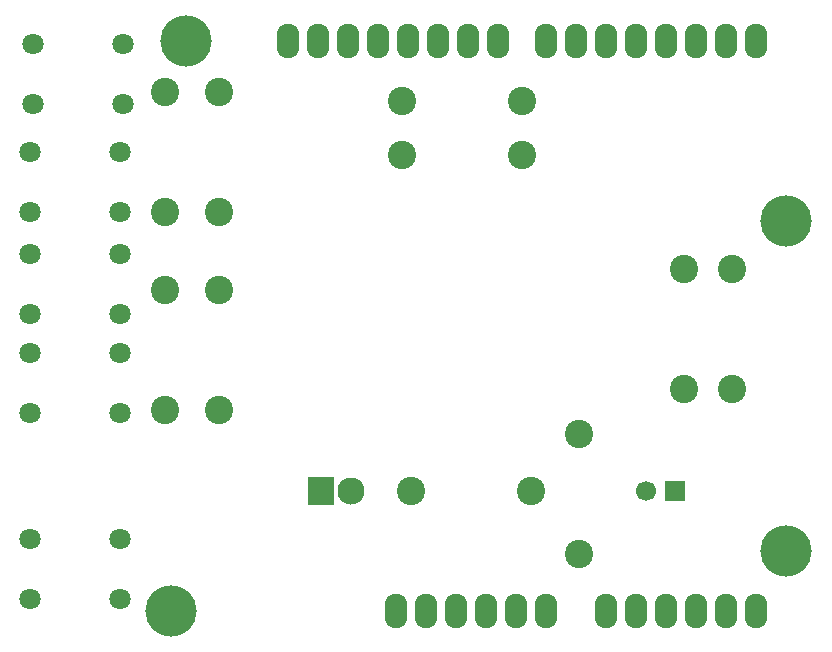
<source format=gbr>
G04 #@! TF.FileFunction,Soldermask,Bot*
%FSLAX46Y46*%
G04 Gerber Fmt 4.6, Leading zero omitted, Abs format (unit mm)*
G04 Created by KiCad (PCBNEW (2015-07-26 BZR 5996)-product) date Thu 30 Jul 2015 12:08:43 AM EDT*
%MOMM*%
G01*
G04 APERTURE LIST*
%ADD10C,0.100000*%
%ADD11R,1.700000X1.700000*%
%ADD12C,1.700000*%
%ADD13R,2.300000X2.400000*%
%ADD14C,2.300000*%
%ADD15C,2.398980*%
%ADD16C,1.797000*%
%ADD17O,1.924000X2.940000*%
%ADD18C,4.337000*%
G04 APERTURE END LIST*
D10*
D11*
X205232000Y-92710000D03*
D12*
X202732000Y-92710000D03*
D13*
X175260000Y-92710000D03*
D14*
X177800000Y-92710000D03*
D15*
X162052000Y-75692000D03*
X162052000Y-85852000D03*
X166624000Y-75692000D03*
X166624000Y-85852000D03*
X162052000Y-58928000D03*
X162052000Y-69088000D03*
X166624000Y-58928000D03*
X166624000Y-69088000D03*
X197104000Y-98044000D03*
X197104000Y-87884000D03*
X193040000Y-92710000D03*
X182880000Y-92710000D03*
X205994000Y-84074000D03*
X205994000Y-73914000D03*
X210058000Y-84074000D03*
X210058000Y-73914000D03*
X182118000Y-64262000D03*
X192278000Y-64262000D03*
X182118000Y-59690000D03*
X192278000Y-59690000D03*
D16*
X158242000Y-81026000D03*
X158242000Y-86106000D03*
X150622000Y-81026000D03*
X150622000Y-86106000D03*
X158242000Y-72644000D03*
X158242000Y-77724000D03*
X150622000Y-72644000D03*
X150622000Y-77724000D03*
X158242000Y-64008000D03*
X158242000Y-69088000D03*
X150622000Y-64008000D03*
X150622000Y-69088000D03*
X158496000Y-54864000D03*
X158496000Y-59944000D03*
X150876000Y-54864000D03*
X150876000Y-59944000D03*
X158242000Y-96774000D03*
X158242000Y-101854000D03*
X150622000Y-96774000D03*
X150622000Y-101854000D03*
D17*
X212090000Y-102870000D03*
X209550000Y-102870000D03*
X207010000Y-102870000D03*
X199390000Y-102870000D03*
X201930000Y-102870000D03*
X204470000Y-102870000D03*
X194310000Y-102870000D03*
X191770000Y-102870000D03*
X189230000Y-102870000D03*
X184150000Y-102870000D03*
X181610000Y-102870000D03*
X212090000Y-54610000D03*
X209550000Y-54610000D03*
X207010000Y-54610000D03*
X204470000Y-54610000D03*
X201930000Y-54610000D03*
X199390000Y-54610000D03*
X196850000Y-54610000D03*
X194310000Y-54610000D03*
X190246000Y-54610000D03*
X187706000Y-54610000D03*
X185166000Y-54610000D03*
X182626000Y-54610000D03*
X180086000Y-54610000D03*
X177546000Y-54610000D03*
X175006000Y-54610000D03*
X172466000Y-54610000D03*
X186690000Y-102870000D03*
D18*
X214630000Y-97790000D03*
X214630000Y-69850000D03*
X163830000Y-54610000D03*
X162560000Y-102870000D03*
M02*

</source>
